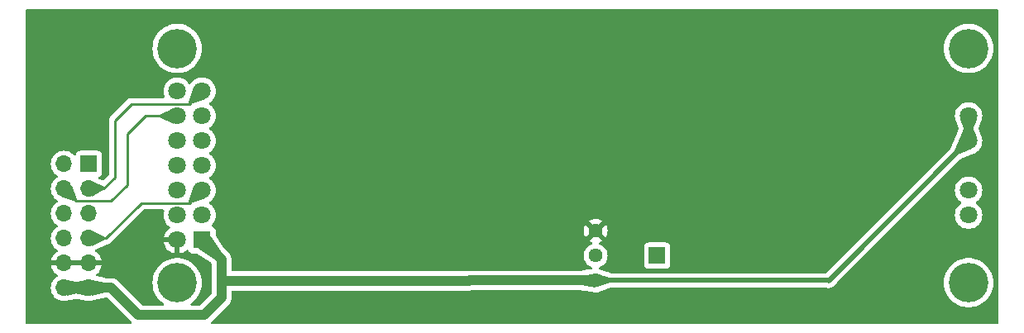
<source format=gbr>
%TF.GenerationSoftware,KiCad,Pcbnew,7.0.9*%
%TF.CreationDate,2024-01-07T02:48:38+09:00*%
%TF.ProjectId,Pmod_SC1602,506d6f64-5f53-4433-9136-30322e6b6963,rev?*%
%TF.SameCoordinates,Original*%
%TF.FileFunction,Copper,L2,Bot*%
%TF.FilePolarity,Positive*%
%FSLAX46Y46*%
G04 Gerber Fmt 4.6, Leading zero omitted, Abs format (unit mm)*
G04 Created by KiCad (PCBNEW 7.0.9) date 2024-01-07 02:48:38*
%MOMM*%
%LPD*%
G01*
G04 APERTURE LIST*
%TA.AperFunction,ComponentPad*%
%ADD10R,1.700000X1.700000*%
%TD*%
%TA.AperFunction,ComponentPad*%
%ADD11O,1.700000X1.700000*%
%TD*%
%TA.AperFunction,ComponentPad*%
%ADD12R,1.800000X1.800000*%
%TD*%
%TA.AperFunction,ComponentPad*%
%ADD13C,1.800000*%
%TD*%
%TA.AperFunction,ComponentPad*%
%ADD14C,4.050000*%
%TD*%
%TA.AperFunction,ComponentPad*%
%ADD15C,1.440000*%
%TD*%
%TA.AperFunction,ViaPad*%
%ADD16C,0.800000*%
%TD*%
%TA.AperFunction,Conductor*%
%ADD17C,0.250000*%
%TD*%
%TA.AperFunction,Conductor*%
%ADD18C,1.000000*%
%TD*%
%TA.AperFunction,Conductor*%
%ADD19C,0.500000*%
%TD*%
G04 APERTURE END LIST*
D10*
%TO.P,J1,1,Pin_1*%
%TO.N,/D0*%
X93853000Y-90297000D03*
D11*
%TO.P,J1,2,Pin_2*%
%TO.N,/D2*%
X93853000Y-92837000D03*
%TO.P,J1,3,Pin_3*%
%TO.N,/RS*%
X93853000Y-95377000D03*
%TO.P,J1,4,Pin_4*%
%TO.N,/R{slash}W*%
X93853000Y-97917000D03*
%TO.P,J1,5,Pin_5*%
%TO.N,GND*%
X93853000Y-100457000D03*
%TO.P,J1,6,Pin_6*%
%TO.N,VCC*%
X93853000Y-102997000D03*
%TO.P,J1,7,Pin_7*%
%TO.N,/D1*%
X91313000Y-90297000D03*
%TO.P,J1,8,Pin_8*%
%TO.N,/D3*%
X91313000Y-92837000D03*
%TO.P,J1,9,Pin_9*%
%TO.N,/Contrast*%
X91313000Y-95377000D03*
%TO.P,J1,10,Pin_10*%
%TO.N,/BackLight*%
X91313000Y-97917000D03*
%TO.P,J1,11,Pin_11*%
%TO.N,GND*%
X91313000Y-100457000D03*
%TO.P,J1,12,Pin_12*%
%TO.N,VCC*%
X91313000Y-102997000D03*
%TD*%
D12*
%TO.P,DS1,1,VDD*%
%TO.N,VCC*%
X105436000Y-98083600D03*
D13*
%TO.P,DS1,2,VSS*%
%TO.N,GND*%
X102896000Y-98083600D03*
%TO.P,DS1,3,VO*%
%TO.N,Net-(DS1-VO)*%
X105436000Y-95543600D03*
%TO.P,DS1,4,RS*%
%TO.N,/RS*%
X102896000Y-95543600D03*
%TO.P,DS1,5,R/W*%
%TO.N,/R{slash}W*%
X105436000Y-93003600D03*
%TO.P,DS1,6,E*%
%TO.N,Net-(DS1-E)*%
X102896000Y-93003600D03*
%TO.P,DS1,7,DB0*%
%TO.N,unconnected-(DS1-DB0-Pad7)*%
X105436000Y-90463600D03*
%TO.P,DS1,8,DB1*%
%TO.N,unconnected-(DS1-DB1-Pad8)*%
X102896000Y-90463600D03*
%TO.P,DS1,9,DB2*%
%TO.N,unconnected-(DS1-DB2-Pad9)*%
X105436000Y-87923600D03*
%TO.P,DS1,10,DB3*%
%TO.N,unconnected-(DS1-DB3-Pad10)*%
X102896000Y-87923600D03*
%TO.P,DS1,11,DB4*%
%TO.N,/D0*%
X105436000Y-85383600D03*
%TO.P,DS1,12,DB5*%
%TO.N,/D3*%
X102896000Y-85383600D03*
%TO.P,DS1,13,DB6*%
%TO.N,/D2*%
X105436000Y-82843600D03*
%TO.P,DS1,14,DB7*%
%TO.N,/D1*%
X102896000Y-82843600D03*
%TO.P,DS1,A1,A1*%
%TO.N,VCC*%
X183896000Y-85383600D03*
%TO.P,DS1,A2,A2*%
X183896000Y-87923600D03*
%TO.P,DS1,K1,K1*%
%TO.N,Net-(Q2-C)*%
X183896000Y-93003600D03*
%TO.P,DS1,K2,K2*%
X183896000Y-95543600D03*
D14*
%TO.P,DS1,MH1*%
%TO.N,N/C*%
X102896000Y-102463600D03*
%TO.P,DS1,MH2*%
X102896000Y-78463600D03*
%TO.P,DS1,MH3*%
X183896000Y-78463600D03*
%TO.P,DS1,MH4*%
X183896000Y-102463600D03*
%TD*%
D10*
%TO.P,REF\u002A\u002A,1*%
%TO.N,Net-(JP1-B)*%
X152019000Y-99695000D03*
%TD*%
D15*
%TO.P,RV1,1,1*%
%TO.N,GND*%
X145721000Y-97157000D03*
%TO.P,RV1,2,2*%
%TO.N,Net-(JP1-B)*%
X145721000Y-99697000D03*
%TO.P,RV1,3,3*%
%TO.N,VCC*%
X145721000Y-102237000D03*
%TD*%
D16*
%TO.N,GND*%
X96774000Y-76454000D03*
X175387000Y-76454000D03*
X156845000Y-76454000D03*
X127254000Y-76454000D03*
X120523000Y-100203000D03*
X120523000Y-96012000D03*
X164592000Y-97790000D03*
X156845000Y-97790000D03*
X175387000Y-104521000D03*
X156845000Y-104394000D03*
X127254000Y-104521000D03*
%TD*%
D17*
%TO.N,/D3*%
X99655400Y-85383600D02*
X102896000Y-85383600D01*
X97790000Y-87249000D02*
X99655400Y-85383600D01*
X92583000Y-94107000D02*
X96139000Y-94107000D01*
X96139000Y-94107000D02*
X97790000Y-92456000D01*
X97790000Y-92456000D02*
X97790000Y-87249000D01*
X91313000Y-92837000D02*
X92583000Y-94107000D01*
D18*
%TO.N,VCC*%
X105664000Y-105791000D02*
X107442000Y-104013000D01*
X107442000Y-104013000D02*
X107442000Y-102108000D01*
D19*
X169559200Y-102260400D02*
X169535800Y-102237000D01*
D18*
X132791200Y-102260400D02*
X132814600Y-102237000D01*
D19*
X183896000Y-87923600D02*
X183896000Y-85383600D01*
D18*
X107594400Y-102260400D02*
X132791200Y-102260400D01*
X91313000Y-102997000D02*
X93853000Y-102997000D01*
X96139000Y-102997000D02*
X98933000Y-105791000D01*
X98933000Y-105791000D02*
X105664000Y-105791000D01*
D19*
X169559200Y-102260400D02*
X183896000Y-87923600D01*
D18*
X107442000Y-100089600D02*
X105436000Y-98083600D01*
D19*
X169535800Y-102237000D02*
X145721000Y-102237000D01*
D18*
X107442000Y-102108000D02*
X107594400Y-102260400D01*
X107442000Y-102108000D02*
X107442000Y-100089600D01*
X132814600Y-102237000D02*
X145721000Y-102237000D01*
X93853000Y-102997000D02*
X96139000Y-102997000D01*
D17*
%TO.N,/R{slash}W*%
X95631000Y-97917000D02*
X99229400Y-94318600D01*
X99229400Y-94318600D02*
X104121000Y-94318600D01*
X93853000Y-97917000D02*
X95631000Y-97917000D01*
X104121000Y-94318600D02*
X105436000Y-93003600D01*
%TO.N,/D2*%
X98213400Y-84158600D02*
X104121000Y-84158600D01*
X95377000Y-92837000D02*
X96520000Y-91694000D01*
X104121000Y-84158600D02*
X105436000Y-82843600D01*
X93853000Y-92837000D02*
X95377000Y-92837000D01*
X96520000Y-85852000D02*
X98213400Y-84158600D01*
X96520000Y-91694000D02*
X96520000Y-85852000D01*
%TD*%
%TA.AperFunction,Conductor*%
%TO.N,GND*%
G36*
X186887039Y-74441685D02*
G01*
X186932794Y-74494489D01*
X186944000Y-74546000D01*
X186944000Y-106556000D01*
X186924315Y-106623039D01*
X186871511Y-106668794D01*
X186820000Y-106680000D01*
X106493867Y-106680000D01*
X106426828Y-106660315D01*
X106381073Y-106607511D01*
X106371129Y-106538353D01*
X106395806Y-106480105D01*
X106413925Y-106456696D01*
X106419101Y-106450818D01*
X108140487Y-104729433D01*
X108205053Y-104668059D01*
X108240112Y-104617686D01*
X108242925Y-104613957D01*
X108281698Y-104566407D01*
X108297607Y-104535948D01*
X108301667Y-104529248D01*
X108321295Y-104501049D01*
X108345492Y-104444660D01*
X108347498Y-104440435D01*
X108375909Y-104386049D01*
X108385360Y-104353015D01*
X108387991Y-104345628D01*
X108401540Y-104314058D01*
X108413893Y-104253940D01*
X108415006Y-104249412D01*
X108431887Y-104190418D01*
X108434495Y-104156155D01*
X108435587Y-104148376D01*
X108442500Y-104114739D01*
X108442500Y-104053401D01*
X108442679Y-104048692D01*
X108447337Y-103987525D01*
X108442997Y-103953441D01*
X108442500Y-103945602D01*
X108442500Y-103384900D01*
X108462185Y-103317861D01*
X108514989Y-103272106D01*
X108566500Y-103260900D01*
X132778484Y-103260900D01*
X132867558Y-103263157D01*
X132867558Y-103263156D01*
X132867563Y-103263157D01*
X132927953Y-103252332D01*
X132932612Y-103251680D01*
X132969167Y-103247962D01*
X132993638Y-103245474D01*
X133000928Y-103243186D01*
X133038049Y-103237500D01*
X144200464Y-103237500D01*
X144219191Y-103238922D01*
X144436396Y-103272106D01*
X145438129Y-103425148D01*
X145444815Y-103426551D01*
X145487880Y-103438090D01*
X145508253Y-103443549D01*
X145624006Y-103453675D01*
X145627952Y-103454149D01*
X145633171Y-103454947D01*
X145640609Y-103456084D01*
X145659498Y-103458246D01*
X145659962Y-103458281D01*
X145670730Y-103459105D01*
X145680701Y-103458958D01*
X145686993Y-103459186D01*
X145721000Y-103462162D01*
X145933747Y-103443549D01*
X146140030Y-103388276D01*
X146150315Y-103383479D01*
X146172605Y-103376143D01*
X146172506Y-103375784D01*
X146176755Y-103374602D01*
X146176767Y-103374600D01*
X147242246Y-102994702D01*
X147283890Y-102987500D01*
X169337001Y-102987500D01*
X169356363Y-102990049D01*
X169356486Y-102989215D01*
X169363632Y-102990261D01*
X169363633Y-102990262D01*
X169427036Y-102999548D01*
X169430543Y-103000166D01*
X169493345Y-103013134D01*
X169503316Y-103012843D01*
X169504547Y-103012808D01*
X169526127Y-103014064D01*
X169528887Y-103014468D01*
X169537223Y-103015689D01*
X169601050Y-103010104D01*
X169604647Y-103009895D01*
X169650476Y-103008561D01*
X169668713Y-103008031D01*
X169679540Y-103005129D01*
X169700830Y-103001376D01*
X169707499Y-103000792D01*
X169711997Y-103000399D01*
X169772828Y-102980241D01*
X169776276Y-102979209D01*
X169838176Y-102962623D01*
X169848047Y-102957300D01*
X169867901Y-102948737D01*
X169878531Y-102945215D01*
X169878531Y-102945214D01*
X169878534Y-102945214D01*
X169933072Y-102911573D01*
X169936182Y-102909777D01*
X169992600Y-102879359D01*
X170000973Y-102871906D01*
X170018311Y-102858998D01*
X170027856Y-102853112D01*
X170073157Y-102807809D01*
X170075782Y-102805333D01*
X170103400Y-102780755D01*
X170123660Y-102762726D01*
X170130089Y-102753542D01*
X170143981Y-102736985D01*
X170417361Y-102463605D01*
X181365507Y-102463605D01*
X181385459Y-102780744D01*
X181385460Y-102780751D01*
X181401473Y-102864692D01*
X181429789Y-103013134D01*
X181445008Y-103092912D01*
X181543207Y-103395138D01*
X181543209Y-103395143D01*
X181678510Y-103682670D01*
X181678513Y-103682676D01*
X181848784Y-103950981D01*
X181848787Y-103950985D01*
X181848788Y-103950986D01*
X182051350Y-104195842D01*
X182283001Y-104413376D01*
X182283004Y-104413379D01*
X182403666Y-104501045D01*
X182540094Y-104600166D01*
X182818568Y-104753259D01*
X182818573Y-104753261D01*
X182818575Y-104753262D01*
X182818576Y-104753263D01*
X183114031Y-104870241D01*
X183114034Y-104870242D01*
X183421836Y-104949272D01*
X183737097Y-104989099D01*
X183737106Y-104989099D01*
X183737109Y-104989100D01*
X183737111Y-104989100D01*
X184054889Y-104989100D01*
X184054891Y-104989100D01*
X184054894Y-104989099D01*
X184054902Y-104989099D01*
X184370163Y-104949272D01*
X184677965Y-104870242D01*
X184677968Y-104870241D01*
X184973423Y-104753263D01*
X184973424Y-104753262D01*
X184973422Y-104753262D01*
X184973432Y-104753259D01*
X185251906Y-104600166D01*
X185508997Y-104413378D01*
X185740650Y-104195842D01*
X185943212Y-103950986D01*
X186113488Y-103682674D01*
X186248793Y-103395137D01*
X186346993Y-103092908D01*
X186406539Y-102780755D01*
X186406540Y-102780744D01*
X186426493Y-102463605D01*
X186426493Y-102463594D01*
X186406540Y-102146455D01*
X186406539Y-102146448D01*
X186406539Y-102146445D01*
X186346993Y-101834292D01*
X186248793Y-101532063D01*
X186113488Y-101244526D01*
X186020718Y-101098344D01*
X185943215Y-100976218D01*
X185943212Y-100976214D01*
X185740650Y-100731358D01*
X185508997Y-100513822D01*
X185508995Y-100513820D01*
X185251909Y-100327036D01*
X185251908Y-100327035D01*
X185251906Y-100327034D01*
X184973432Y-100173941D01*
X184973429Y-100173939D01*
X184973424Y-100173937D01*
X184973423Y-100173936D01*
X184677968Y-100056958D01*
X184677965Y-100056957D01*
X184370163Y-99977927D01*
X184054902Y-99938100D01*
X184054891Y-99938100D01*
X183737109Y-99938100D01*
X183737097Y-99938100D01*
X183421836Y-99977927D01*
X183114034Y-100056957D01*
X183114031Y-100056958D01*
X182818576Y-100173936D01*
X182818575Y-100173937D01*
X182540094Y-100327034D01*
X182540090Y-100327036D01*
X182283004Y-100513820D01*
X182283001Y-100513823D01*
X182051352Y-100731356D01*
X181848784Y-100976218D01*
X181678513Y-101244523D01*
X181678510Y-101244529D01*
X181543209Y-101532056D01*
X181543207Y-101532061D01*
X181445008Y-101834287D01*
X181385460Y-102146448D01*
X181385459Y-102146455D01*
X181365507Y-102463594D01*
X181365507Y-102463605D01*
X170417361Y-102463605D01*
X177337360Y-95543606D01*
X182490700Y-95543606D01*
X182509864Y-95774897D01*
X182509866Y-95774908D01*
X182566842Y-95999900D01*
X182660075Y-96212448D01*
X182787016Y-96406747D01*
X182787019Y-96406751D01*
X182787021Y-96406753D01*
X182944216Y-96577513D01*
X182944219Y-96577515D01*
X182944222Y-96577518D01*
X183127365Y-96720064D01*
X183127371Y-96720068D01*
X183127374Y-96720070D01*
X183331497Y-96830536D01*
X183402933Y-96855060D01*
X183551015Y-96905897D01*
X183551017Y-96905897D01*
X183551019Y-96905898D01*
X183779951Y-96944100D01*
X183779952Y-96944100D01*
X184012048Y-96944100D01*
X184012049Y-96944100D01*
X184240981Y-96905898D01*
X184460503Y-96830536D01*
X184664626Y-96720070D01*
X184698124Y-96693998D01*
X184787415Y-96624500D01*
X184847784Y-96577513D01*
X185004979Y-96406753D01*
X185131924Y-96212449D01*
X185225157Y-95999900D01*
X185282134Y-95774905D01*
X185282135Y-95774897D01*
X185301300Y-95543606D01*
X185301300Y-95543593D01*
X185282135Y-95312302D01*
X185282133Y-95312291D01*
X185225157Y-95087299D01*
X185131924Y-94874751D01*
X185004983Y-94680452D01*
X185004980Y-94680449D01*
X185004979Y-94680447D01*
X184847784Y-94509687D01*
X184670180Y-94371453D01*
X184629368Y-94314743D01*
X184625693Y-94244970D01*
X184660324Y-94184287D01*
X184670181Y-94175746D01*
X184847784Y-94037513D01*
X185004979Y-93866753D01*
X185131924Y-93672449D01*
X185225157Y-93459900D01*
X185282134Y-93234905D01*
X185282135Y-93234897D01*
X185301300Y-93003606D01*
X185301300Y-93003593D01*
X185282135Y-92772302D01*
X185282133Y-92772291D01*
X185225157Y-92547299D01*
X185131924Y-92334751D01*
X185004983Y-92140452D01*
X185004980Y-92140449D01*
X185004979Y-92140447D01*
X184847784Y-91969687D01*
X184847779Y-91969683D01*
X184847777Y-91969681D01*
X184664634Y-91827135D01*
X184664628Y-91827131D01*
X184460504Y-91716664D01*
X184460495Y-91716661D01*
X184240984Y-91641302D01*
X184069282Y-91612650D01*
X184012049Y-91603100D01*
X183779951Y-91603100D01*
X183734164Y-91610740D01*
X183551015Y-91641302D01*
X183331504Y-91716661D01*
X183331495Y-91716664D01*
X183127371Y-91827131D01*
X183127365Y-91827135D01*
X182944222Y-91969681D01*
X182944219Y-91969684D01*
X182787016Y-92140452D01*
X182660075Y-92334751D01*
X182566842Y-92547299D01*
X182509866Y-92772291D01*
X182509864Y-92772302D01*
X182490700Y-93003593D01*
X182490700Y-93003606D01*
X182509864Y-93234897D01*
X182509866Y-93234908D01*
X182566842Y-93459900D01*
X182660075Y-93672448D01*
X182787016Y-93866747D01*
X182787019Y-93866751D01*
X182787021Y-93866753D01*
X182944216Y-94037513D01*
X182944219Y-94037515D01*
X182944222Y-94037518D01*
X183121818Y-94175747D01*
X183162631Y-94232457D01*
X183166306Y-94302230D01*
X183131674Y-94362913D01*
X183121818Y-94371453D01*
X182944222Y-94509681D01*
X182944219Y-94509684D01*
X182944216Y-94509686D01*
X182944216Y-94509687D01*
X182891830Y-94566594D01*
X182787016Y-94680452D01*
X182660075Y-94874751D01*
X182566842Y-95087299D01*
X182509866Y-95312291D01*
X182509864Y-95312302D01*
X182490700Y-95543593D01*
X182490700Y-95543606D01*
X177337360Y-95543606D01*
X183059426Y-89821540D01*
X183098205Y-89795272D01*
X184429139Y-89224182D01*
X184429138Y-89224183D01*
X184445301Y-89216265D01*
X184452447Y-89213301D01*
X184460503Y-89210536D01*
X184664626Y-89100070D01*
X184670182Y-89095746D01*
X184789080Y-89003204D01*
X184847784Y-88957513D01*
X185004979Y-88786753D01*
X185131924Y-88592449D01*
X185225157Y-88379900D01*
X185282134Y-88154905D01*
X185301300Y-87923600D01*
X185301300Y-87923593D01*
X185282135Y-87692302D01*
X185282131Y-87692282D01*
X185248493Y-87559452D01*
X185225157Y-87467300D01*
X185203624Y-87418211D01*
X185196653Y-87397544D01*
X185194231Y-87387528D01*
X185192637Y-87380935D01*
X185192635Y-87380930D01*
X185192633Y-87380923D01*
X184974353Y-86834529D01*
X184920449Y-86699599D01*
X184913859Y-86630043D01*
X184920450Y-86607597D01*
X184996387Y-86417515D01*
X185118801Y-86111090D01*
X185192633Y-85926275D01*
X185201970Y-85899010D01*
X185209050Y-85878336D01*
X185209050Y-85878331D01*
X185210888Y-85872966D01*
X185212767Y-85868145D01*
X185225156Y-85839903D01*
X185225157Y-85839900D01*
X185282134Y-85614905D01*
X185282135Y-85614897D01*
X185301300Y-85383606D01*
X185301300Y-85383593D01*
X185282135Y-85152302D01*
X185282133Y-85152291D01*
X185225157Y-84927299D01*
X185131924Y-84714751D01*
X185004983Y-84520452D01*
X185004980Y-84520449D01*
X185004979Y-84520447D01*
X184847784Y-84349687D01*
X184847779Y-84349683D01*
X184847777Y-84349681D01*
X184664634Y-84207135D01*
X184664628Y-84207131D01*
X184460504Y-84096664D01*
X184460495Y-84096661D01*
X184240984Y-84021302D01*
X184069282Y-83992650D01*
X184012049Y-83983100D01*
X183779951Y-83983100D01*
X183734164Y-83990740D01*
X183551015Y-84021302D01*
X183331504Y-84096661D01*
X183331495Y-84096664D01*
X183127371Y-84207131D01*
X183127365Y-84207135D01*
X182944222Y-84349681D01*
X182944219Y-84349684D01*
X182787016Y-84520452D01*
X182660075Y-84714751D01*
X182566842Y-84927299D01*
X182509866Y-85152291D01*
X182509864Y-85152302D01*
X182490700Y-85383593D01*
X182490700Y-85383606D01*
X182509864Y-85614897D01*
X182509866Y-85614908D01*
X182566843Y-85839902D01*
X182588373Y-85888986D01*
X182595342Y-85909645D01*
X182599359Y-85926256D01*
X182599363Y-85926268D01*
X182871547Y-86607597D01*
X182878138Y-86677155D01*
X182871547Y-86699601D01*
X182599336Y-87381001D01*
X182598300Y-87383787D01*
X182596673Y-87387528D01*
X182024323Y-88721393D01*
X181998052Y-88760178D01*
X169308051Y-101450181D01*
X169246728Y-101483666D01*
X169220370Y-101486500D01*
X147283893Y-101486500D01*
X147242249Y-101479298D01*
X146557298Y-101235078D01*
X146176767Y-101099399D01*
X146176764Y-101099398D01*
X146158447Y-101093693D01*
X146150676Y-101090687D01*
X146140032Y-101085724D01*
X146134948Y-101083874D01*
X146135718Y-101081756D01*
X146084289Y-101050406D01*
X146053762Y-100987558D01*
X146062060Y-100918183D01*
X146106547Y-100864307D01*
X146135315Y-100851171D01*
X146134936Y-100850130D01*
X146140013Y-100848280D01*
X146140030Y-100848276D01*
X146333581Y-100758021D01*
X146508519Y-100635529D01*
X146551178Y-100592870D01*
X150668500Y-100592870D01*
X150668501Y-100592876D01*
X150674908Y-100652483D01*
X150725202Y-100787328D01*
X150725206Y-100787335D01*
X150811452Y-100902544D01*
X150811455Y-100902547D01*
X150926664Y-100988793D01*
X150926671Y-100988797D01*
X151061517Y-101039091D01*
X151061516Y-101039091D01*
X151068444Y-101039835D01*
X151121127Y-101045500D01*
X152916872Y-101045499D01*
X152976483Y-101039091D01*
X153111331Y-100988796D01*
X153226546Y-100902546D01*
X153312796Y-100787331D01*
X153363091Y-100652483D01*
X153369500Y-100592873D01*
X153369499Y-98797128D01*
X153363091Y-98737517D01*
X153342981Y-98683600D01*
X153312797Y-98602671D01*
X153312793Y-98602664D01*
X153226547Y-98487455D01*
X153226544Y-98487452D01*
X153111335Y-98401206D01*
X153111328Y-98401202D01*
X152976482Y-98350908D01*
X152976483Y-98350908D01*
X152916883Y-98344501D01*
X152916881Y-98344500D01*
X152916873Y-98344500D01*
X152916864Y-98344500D01*
X151121129Y-98344500D01*
X151121123Y-98344501D01*
X151061516Y-98350908D01*
X150926671Y-98401202D01*
X150926664Y-98401206D01*
X150811455Y-98487452D01*
X150811452Y-98487455D01*
X150725206Y-98602664D01*
X150725202Y-98602671D01*
X150674908Y-98737517D01*
X150669438Y-98788401D01*
X150668501Y-98797123D01*
X150668500Y-98797135D01*
X150668500Y-100592870D01*
X146551178Y-100592870D01*
X146659529Y-100484519D01*
X146782021Y-100309581D01*
X146872276Y-100116030D01*
X146927549Y-99909747D01*
X146946162Y-99697000D01*
X146943185Y-99662978D01*
X146935293Y-99572764D01*
X146927549Y-99484253D01*
X146872276Y-99277970D01*
X146787380Y-99095913D01*
X146782022Y-99084421D01*
X146659527Y-98909478D01*
X146508521Y-98758472D01*
X146333578Y-98635977D01*
X146333579Y-98635977D01*
X146204547Y-98575809D01*
X146140030Y-98545724D01*
X146140023Y-98545722D01*
X146134936Y-98543870D01*
X146135606Y-98542028D01*
X146083293Y-98510114D01*
X146052789Y-98447255D01*
X146061111Y-98377883D01*
X146105617Y-98324022D01*
X146135097Y-98310574D01*
X146134764Y-98309658D01*
X146139859Y-98307802D01*
X146333330Y-98217586D01*
X146333336Y-98217582D01*
X146389031Y-98178584D01*
X145765401Y-97554953D01*
X145846148Y-97542165D01*
X145959045Y-97484641D01*
X146048641Y-97395045D01*
X146106165Y-97282148D01*
X146118953Y-97201400D01*
X146742584Y-97825031D01*
X146781582Y-97769336D01*
X146781586Y-97769330D01*
X146871802Y-97575859D01*
X146871805Y-97575853D01*
X146927054Y-97369662D01*
X146927055Y-97369654D01*
X146945660Y-97157002D01*
X146945660Y-97156997D01*
X146927055Y-96944345D01*
X146927054Y-96944337D01*
X146871805Y-96738146D01*
X146871802Y-96738140D01*
X146781586Y-96544670D01*
X146742583Y-96488967D01*
X146118953Y-97112598D01*
X146106165Y-97031852D01*
X146048641Y-96918955D01*
X145959045Y-96829359D01*
X145846148Y-96771835D01*
X145765401Y-96759046D01*
X146389031Y-96135416D01*
X146389030Y-96135415D01*
X146333330Y-96096413D01*
X146333328Y-96096412D01*
X146139859Y-96006197D01*
X146139853Y-96006194D01*
X145933662Y-95950945D01*
X145933654Y-95950944D01*
X145721002Y-95932340D01*
X145720998Y-95932340D01*
X145508345Y-95950944D01*
X145508337Y-95950945D01*
X145302146Y-96006194D01*
X145302140Y-96006197D01*
X145108667Y-96096414D01*
X145052967Y-96135414D01*
X145676599Y-96759046D01*
X145595852Y-96771835D01*
X145482955Y-96829359D01*
X145393359Y-96918955D01*
X145335835Y-97031852D01*
X145323046Y-97112598D01*
X144699415Y-96488967D01*
X144699414Y-96488967D01*
X144660414Y-96544667D01*
X144570197Y-96738140D01*
X144570194Y-96738146D01*
X144514945Y-96944337D01*
X144514944Y-96944345D01*
X144496340Y-97156997D01*
X144496340Y-97157002D01*
X144514944Y-97369654D01*
X144514945Y-97369662D01*
X144570194Y-97575853D01*
X144570197Y-97575859D01*
X144660412Y-97769328D01*
X144660413Y-97769330D01*
X144699415Y-97825030D01*
X144699416Y-97825031D01*
X145323046Y-97201400D01*
X145335835Y-97282148D01*
X145393359Y-97395045D01*
X145482955Y-97484641D01*
X145595852Y-97542165D01*
X145676599Y-97554953D01*
X145052967Y-98178583D01*
X145108670Y-98217586D01*
X145302140Y-98307802D01*
X145307236Y-98309658D01*
X145306542Y-98311563D01*
X145358647Y-98343302D01*
X145389196Y-98406139D01*
X145380922Y-98475518D01*
X145336454Y-98529409D01*
X145306744Y-98542991D01*
X145307064Y-98543870D01*
X145301972Y-98545723D01*
X145301970Y-98545724D01*
X145301968Y-98545725D01*
X145108421Y-98635977D01*
X144933478Y-98758472D01*
X144782472Y-98909478D01*
X144659977Y-99084421D01*
X144569725Y-99277968D01*
X144569721Y-99277977D01*
X144514452Y-99484247D01*
X144514450Y-99484258D01*
X144495838Y-99696998D01*
X144495838Y-99697001D01*
X144514450Y-99909741D01*
X144514452Y-99909752D01*
X144569721Y-100116022D01*
X144569723Y-100116026D01*
X144569724Y-100116030D01*
X144596726Y-100173936D01*
X144659977Y-100309578D01*
X144782472Y-100484521D01*
X144933478Y-100635527D01*
X144933481Y-100635529D01*
X145108419Y-100758021D01*
X145108421Y-100758022D01*
X145108420Y-100758022D01*
X145172275Y-100787798D01*
X145288340Y-100841920D01*
X145340778Y-100888091D01*
X145359930Y-100955285D01*
X145339714Y-101022166D01*
X145286549Y-101067500D01*
X145254661Y-101076879D01*
X144876999Y-101134578D01*
X144219178Y-101235078D01*
X144200460Y-101236500D01*
X132827317Y-101236500D01*
X132738237Y-101234243D01*
X132738228Y-101234243D01*
X132677860Y-101245064D01*
X132673195Y-101245718D01*
X132612163Y-101251925D01*
X132612162Y-101251926D01*
X132604871Y-101254213D01*
X132567751Y-101259900D01*
X108566500Y-101259900D01*
X108499461Y-101240215D01*
X108453706Y-101187411D01*
X108442500Y-101135900D01*
X108442500Y-100102275D01*
X108444756Y-100013242D01*
X108444755Y-100013241D01*
X108444756Y-100013236D01*
X108433929Y-99952833D01*
X108433282Y-99948220D01*
X108427074Y-99887162D01*
X108427073Y-99887160D01*
X108427073Y-99887157D01*
X108416790Y-99854387D01*
X108414917Y-99846754D01*
X108408858Y-99812948D01*
X108400221Y-99791326D01*
X108386102Y-99755978D01*
X108384521Y-99751537D01*
X108366159Y-99693012D01*
X108366158Y-99693010D01*
X108366157Y-99693007D01*
X108349488Y-99662978D01*
X108346117Y-99655878D01*
X108333378Y-99623986D01*
X108333377Y-99623983D01*
X108299620Y-99572763D01*
X108297180Y-99568734D01*
X108286379Y-99549275D01*
X108267409Y-99515098D01*
X108267407Y-99515095D01*
X108245033Y-99489034D01*
X108240302Y-99482759D01*
X108236962Y-99477691D01*
X108221402Y-99454081D01*
X108178012Y-99410691D01*
X108174822Y-99407248D01*
X108134867Y-99360706D01*
X108134863Y-99360702D01*
X108107698Y-99339674D01*
X108101803Y-99334482D01*
X107744629Y-98977308D01*
X107727696Y-98956200D01*
X107727249Y-98955498D01*
X107398498Y-98438888D01*
X106855885Y-97586210D01*
X106836499Y-97519637D01*
X106836499Y-97135729D01*
X106836498Y-97135723D01*
X106830091Y-97076116D01*
X106779797Y-96941271D01*
X106779793Y-96941264D01*
X106693547Y-96826055D01*
X106693544Y-96826052D01*
X106578335Y-96739806D01*
X106578328Y-96739802D01*
X106498094Y-96709877D01*
X106442160Y-96668006D01*
X106417743Y-96602541D01*
X106432595Y-96534268D01*
X106450190Y-96509721D01*
X106544979Y-96406753D01*
X106671924Y-96212449D01*
X106765157Y-95999900D01*
X106822134Y-95774905D01*
X106822135Y-95774897D01*
X106841300Y-95543606D01*
X106841300Y-95543593D01*
X106822135Y-95312302D01*
X106822133Y-95312291D01*
X106765157Y-95087299D01*
X106671924Y-94874751D01*
X106544983Y-94680452D01*
X106544980Y-94680449D01*
X106544979Y-94680447D01*
X106387784Y-94509687D01*
X106210180Y-94371453D01*
X106169368Y-94314743D01*
X106165693Y-94244970D01*
X106200324Y-94184287D01*
X106210181Y-94175746D01*
X106387784Y-94037513D01*
X106544979Y-93866753D01*
X106671924Y-93672449D01*
X106765157Y-93459900D01*
X106822134Y-93234905D01*
X106822135Y-93234897D01*
X106841300Y-93003606D01*
X106841300Y-93003593D01*
X106822135Y-92772302D01*
X106822133Y-92772291D01*
X106765157Y-92547299D01*
X106671924Y-92334751D01*
X106544983Y-92140452D01*
X106544980Y-92140449D01*
X106544979Y-92140447D01*
X106387784Y-91969687D01*
X106210180Y-91831453D01*
X106169368Y-91774743D01*
X106165693Y-91704970D01*
X106200324Y-91644287D01*
X106210181Y-91635746D01*
X106238123Y-91613998D01*
X106387784Y-91497513D01*
X106544979Y-91326753D01*
X106671924Y-91132449D01*
X106765157Y-90919900D01*
X106822134Y-90694905D01*
X106822135Y-90694897D01*
X106841300Y-90463606D01*
X106841300Y-90463593D01*
X106822135Y-90232302D01*
X106822133Y-90232291D01*
X106765157Y-90007299D01*
X106671924Y-89794751D01*
X106544983Y-89600452D01*
X106544980Y-89600449D01*
X106544979Y-89600447D01*
X106387784Y-89429687D01*
X106210180Y-89291453D01*
X106169368Y-89234743D01*
X106165693Y-89164970D01*
X106200324Y-89104287D01*
X106210181Y-89095746D01*
X106218265Y-89089454D01*
X106387784Y-88957513D01*
X106544979Y-88786753D01*
X106671924Y-88592449D01*
X106765157Y-88379900D01*
X106822134Y-88154905D01*
X106841300Y-87923600D01*
X106841300Y-87923593D01*
X106822135Y-87692302D01*
X106822133Y-87692291D01*
X106765157Y-87467299D01*
X106671924Y-87254751D01*
X106544983Y-87060452D01*
X106544980Y-87060449D01*
X106544979Y-87060447D01*
X106387784Y-86889687D01*
X106210180Y-86751453D01*
X106169368Y-86694743D01*
X106165693Y-86624970D01*
X106200324Y-86564287D01*
X106210181Y-86555746D01*
X106215390Y-86551692D01*
X106387784Y-86417513D01*
X106544979Y-86246753D01*
X106671924Y-86052449D01*
X106765157Y-85839900D01*
X106822134Y-85614905D01*
X106822135Y-85614897D01*
X106841300Y-85383606D01*
X106841300Y-85383593D01*
X106822135Y-85152302D01*
X106822133Y-85152291D01*
X106765157Y-84927299D01*
X106671924Y-84714751D01*
X106544983Y-84520452D01*
X106544980Y-84520449D01*
X106544979Y-84520447D01*
X106387784Y-84349687D01*
X106210180Y-84211453D01*
X106169368Y-84154743D01*
X106165693Y-84084970D01*
X106200324Y-84024287D01*
X106210181Y-84015746D01*
X106387784Y-83877513D01*
X106544979Y-83706753D01*
X106671924Y-83512449D01*
X106765157Y-83299900D01*
X106822134Y-83074905D01*
X106841300Y-82843600D01*
X106841300Y-82843593D01*
X106822135Y-82612302D01*
X106822133Y-82612291D01*
X106765157Y-82387299D01*
X106671924Y-82174751D01*
X106544983Y-81980452D01*
X106544980Y-81980449D01*
X106544979Y-81980447D01*
X106387784Y-81809687D01*
X106387779Y-81809683D01*
X106387777Y-81809681D01*
X106204634Y-81667135D01*
X106204628Y-81667131D01*
X106000504Y-81556664D01*
X106000495Y-81556661D01*
X105780984Y-81481302D01*
X105609282Y-81452650D01*
X105552049Y-81443100D01*
X105319951Y-81443100D01*
X105274164Y-81450740D01*
X105091015Y-81481302D01*
X104871504Y-81556661D01*
X104871495Y-81556664D01*
X104667371Y-81667131D01*
X104667365Y-81667135D01*
X104484222Y-81809681D01*
X104484219Y-81809684D01*
X104327016Y-81980452D01*
X104269809Y-82068016D01*
X104216662Y-82113373D01*
X104147431Y-82122797D01*
X104084095Y-82093295D01*
X104062191Y-82068016D01*
X104004983Y-81980452D01*
X104004980Y-81980449D01*
X104004979Y-81980447D01*
X103847784Y-81809687D01*
X103847779Y-81809683D01*
X103847777Y-81809681D01*
X103664634Y-81667135D01*
X103664628Y-81667131D01*
X103460504Y-81556664D01*
X103460495Y-81556661D01*
X103240984Y-81481302D01*
X103069282Y-81452650D01*
X103012049Y-81443100D01*
X102779951Y-81443100D01*
X102734164Y-81450740D01*
X102551015Y-81481302D01*
X102331504Y-81556661D01*
X102331495Y-81556664D01*
X102127371Y-81667131D01*
X102127365Y-81667135D01*
X101944222Y-81809681D01*
X101944219Y-81809684D01*
X101787016Y-81980452D01*
X101660075Y-82174751D01*
X101566842Y-82387299D01*
X101509866Y-82612291D01*
X101509864Y-82612302D01*
X101490700Y-82843593D01*
X101490700Y-82843606D01*
X101509864Y-83074897D01*
X101509866Y-83074908D01*
X101566842Y-83299897D01*
X101592894Y-83359289D01*
X101601797Y-83428589D01*
X101571820Y-83491702D01*
X101512481Y-83528589D01*
X101479338Y-83533100D01*
X98296137Y-83533100D01*
X98280520Y-83531376D01*
X98280493Y-83531662D01*
X98272731Y-83530927D01*
X98203603Y-83533100D01*
X98174050Y-83533100D01*
X98173329Y-83533190D01*
X98167157Y-83533969D01*
X98161345Y-83534426D01*
X98114773Y-83535890D01*
X98114772Y-83535890D01*
X98095529Y-83541481D01*
X98076479Y-83545425D01*
X98056611Y-83547934D01*
X98056609Y-83547935D01*
X98013284Y-83565088D01*
X98007757Y-83566980D01*
X97963010Y-83579981D01*
X97963009Y-83579982D01*
X97945767Y-83590179D01*
X97928299Y-83598737D01*
X97909669Y-83606113D01*
X97909667Y-83606114D01*
X97871976Y-83633498D01*
X97867094Y-83636705D01*
X97826979Y-83660430D01*
X97812808Y-83674600D01*
X97798023Y-83687228D01*
X97781812Y-83699007D01*
X97752109Y-83734910D01*
X97748177Y-83739231D01*
X96136208Y-85351199D01*
X96123951Y-85361020D01*
X96124134Y-85361241D01*
X96118123Y-85366213D01*
X96070772Y-85416636D01*
X96049889Y-85437519D01*
X96049877Y-85437532D01*
X96045621Y-85443017D01*
X96041837Y-85447447D01*
X96009937Y-85481418D01*
X96009936Y-85481420D01*
X96000284Y-85498976D01*
X95989610Y-85515226D01*
X95977329Y-85531061D01*
X95977324Y-85531068D01*
X95958815Y-85573838D01*
X95956245Y-85579084D01*
X95933803Y-85619906D01*
X95928822Y-85639307D01*
X95922521Y-85657710D01*
X95914562Y-85676102D01*
X95914561Y-85676105D01*
X95907271Y-85722127D01*
X95906087Y-85727846D01*
X95894501Y-85772972D01*
X95894500Y-85772982D01*
X95894500Y-85793016D01*
X95892973Y-85812413D01*
X95889840Y-85832196D01*
X95890569Y-85839903D01*
X95894225Y-85878583D01*
X95894500Y-85884421D01*
X95894500Y-91383547D01*
X95874815Y-91450586D01*
X95858181Y-91471228D01*
X95371395Y-91958013D01*
X95310072Y-91991498D01*
X95240380Y-91986514D01*
X95231559Y-91982830D01*
X94983431Y-91867795D01*
X94904753Y-91831319D01*
X94852212Y-91785264D01*
X94832911Y-91718113D01*
X94852978Y-91651187D01*
X94906043Y-91605735D01*
X94913577Y-91602640D01*
X94945326Y-91590798D01*
X94945326Y-91590797D01*
X94945331Y-91590796D01*
X95060546Y-91504546D01*
X95146796Y-91389331D01*
X95197091Y-91254483D01*
X95203500Y-91194873D01*
X95203499Y-89399128D01*
X95197091Y-89339517D01*
X95195810Y-89336083D01*
X95146797Y-89204671D01*
X95146793Y-89204664D01*
X95060547Y-89089455D01*
X95060544Y-89089452D01*
X94945335Y-89003206D01*
X94945328Y-89003202D01*
X94810482Y-88952908D01*
X94810483Y-88952908D01*
X94750883Y-88946501D01*
X94750881Y-88946500D01*
X94750873Y-88946500D01*
X94750864Y-88946500D01*
X92955129Y-88946500D01*
X92955123Y-88946501D01*
X92895516Y-88952908D01*
X92760671Y-89003202D01*
X92760664Y-89003206D01*
X92645455Y-89089452D01*
X92645452Y-89089455D01*
X92559206Y-89204664D01*
X92559203Y-89204669D01*
X92510189Y-89336083D01*
X92468317Y-89392016D01*
X92402853Y-89416433D01*
X92334580Y-89401581D01*
X92306326Y-89380430D01*
X92184402Y-89258506D01*
X92184395Y-89258501D01*
X91990834Y-89122967D01*
X91990830Y-89122965D01*
X91941734Y-89100071D01*
X91776663Y-89023097D01*
X91776659Y-89023096D01*
X91776655Y-89023094D01*
X91548413Y-88961938D01*
X91548403Y-88961936D01*
X91313001Y-88941341D01*
X91312999Y-88941341D01*
X91077596Y-88961936D01*
X91077586Y-88961938D01*
X90849344Y-89023094D01*
X90849335Y-89023098D01*
X90635171Y-89122964D01*
X90635169Y-89122965D01*
X90441597Y-89258505D01*
X90274505Y-89425597D01*
X90138965Y-89619169D01*
X90138964Y-89619171D01*
X90039098Y-89833335D01*
X90039094Y-89833344D01*
X89977938Y-90061586D01*
X89977936Y-90061596D01*
X89957341Y-90296999D01*
X89957341Y-90297000D01*
X89977936Y-90532403D01*
X89977938Y-90532413D01*
X90039094Y-90760655D01*
X90039096Y-90760659D01*
X90039097Y-90760663D01*
X90113351Y-90919900D01*
X90138965Y-90974830D01*
X90138967Y-90974834D01*
X90274501Y-91168395D01*
X90274506Y-91168402D01*
X90441597Y-91335493D01*
X90441603Y-91335498D01*
X90627158Y-91465425D01*
X90670783Y-91520002D01*
X90677977Y-91589500D01*
X90646454Y-91651855D01*
X90627158Y-91668575D01*
X90441597Y-91798505D01*
X90274505Y-91965597D01*
X90138965Y-92159169D01*
X90138964Y-92159171D01*
X90039098Y-92373335D01*
X90039094Y-92373344D01*
X89977938Y-92601586D01*
X89977936Y-92601596D01*
X89957341Y-92836999D01*
X89957341Y-92837000D01*
X89977936Y-93072403D01*
X89977938Y-93072413D01*
X90039094Y-93300655D01*
X90039096Y-93300659D01*
X90039097Y-93300663D01*
X90080516Y-93389486D01*
X90138965Y-93514830D01*
X90138967Y-93514834D01*
X90234804Y-93651702D01*
X90274179Y-93707936D01*
X90274501Y-93708395D01*
X90274506Y-93708402D01*
X90441597Y-93875493D01*
X90441603Y-93875498D01*
X90627158Y-94005425D01*
X90670783Y-94060002D01*
X90677977Y-94129500D01*
X90646454Y-94191855D01*
X90627158Y-94208575D01*
X90441597Y-94338505D01*
X90274505Y-94505597D01*
X90138965Y-94699169D01*
X90138964Y-94699171D01*
X90039098Y-94913335D01*
X90039094Y-94913344D01*
X89977938Y-95141586D01*
X89977936Y-95141596D01*
X89957341Y-95376999D01*
X89957341Y-95377000D01*
X89977936Y-95612403D01*
X89977938Y-95612413D01*
X90039094Y-95840655D01*
X90039096Y-95840659D01*
X90039097Y-95840663D01*
X90113351Y-95999900D01*
X90138965Y-96054830D01*
X90138967Y-96054834D01*
X90195391Y-96135415D01*
X90274501Y-96248396D01*
X90274506Y-96248402D01*
X90441597Y-96415493D01*
X90441603Y-96415498D01*
X90627158Y-96545425D01*
X90670783Y-96600002D01*
X90677977Y-96669500D01*
X90646454Y-96731855D01*
X90627158Y-96748575D01*
X90441597Y-96878505D01*
X90274505Y-97045597D01*
X90138965Y-97239169D01*
X90138964Y-97239171D01*
X90039098Y-97453335D01*
X90039094Y-97453344D01*
X89977938Y-97681586D01*
X89977936Y-97681596D01*
X89957341Y-97916999D01*
X89957341Y-97917000D01*
X89977936Y-98152403D01*
X89977938Y-98152413D01*
X90039094Y-98380655D01*
X90039096Y-98380659D01*
X90039097Y-98380663D01*
X90116067Y-98545725D01*
X90138965Y-98594830D01*
X90138967Y-98594834D01*
X90190308Y-98668156D01*
X90274505Y-98788401D01*
X90441599Y-98955495D01*
X90625724Y-99084421D01*
X90627594Y-99085730D01*
X90671219Y-99140307D01*
X90678413Y-99209805D01*
X90646890Y-99272160D01*
X90627595Y-99288880D01*
X90441922Y-99418890D01*
X90441920Y-99418891D01*
X90274891Y-99585920D01*
X90274886Y-99585926D01*
X90139400Y-99779420D01*
X90139399Y-99779422D01*
X90039570Y-99993507D01*
X90039567Y-99993513D01*
X89982364Y-100206999D01*
X89982364Y-100207000D01*
X90879314Y-100207000D01*
X90853507Y-100247156D01*
X90813000Y-100385111D01*
X90813000Y-100528889D01*
X90853507Y-100666844D01*
X90879314Y-100707000D01*
X89982364Y-100707000D01*
X90039567Y-100920486D01*
X90039570Y-100920492D01*
X90139399Y-101134578D01*
X90274894Y-101328082D01*
X90441917Y-101495105D01*
X90627595Y-101625119D01*
X90671219Y-101679696D01*
X90678412Y-101749195D01*
X90646890Y-101811549D01*
X90627595Y-101828269D01*
X90441594Y-101958508D01*
X90274505Y-102125597D01*
X90138965Y-102319169D01*
X90138964Y-102319171D01*
X90039098Y-102533335D01*
X90039094Y-102533344D01*
X89977938Y-102761586D01*
X89977936Y-102761596D01*
X89957341Y-102996999D01*
X89957341Y-102997000D01*
X89977936Y-103232403D01*
X89977938Y-103232413D01*
X90039094Y-103460655D01*
X90039096Y-103460659D01*
X90039097Y-103460663D01*
X90103409Y-103598580D01*
X90138965Y-103674830D01*
X90138967Y-103674834D01*
X90247281Y-103829521D01*
X90274505Y-103868401D01*
X90441599Y-104035495D01*
X90537305Y-104102509D01*
X90635165Y-104171032D01*
X90635167Y-104171033D01*
X90635170Y-104171035D01*
X90849337Y-104270903D01*
X91077592Y-104332063D01*
X91265918Y-104348539D01*
X91312999Y-104352659D01*
X91313000Y-104352659D01*
X91313001Y-104352659D01*
X91352234Y-104349226D01*
X91548408Y-104332063D01*
X91776663Y-104270903D01*
X91776663Y-104270902D01*
X91781899Y-104269500D01*
X91781911Y-104269547D01*
X91792178Y-104266629D01*
X92557803Y-104107738D01*
X92608195Y-104107738D01*
X93373823Y-104266630D01*
X93384094Y-104269549D01*
X93384107Y-104269502D01*
X93495384Y-104299318D01*
X93617592Y-104332063D01*
X93805918Y-104348539D01*
X93852999Y-104352659D01*
X93853000Y-104352659D01*
X93853001Y-104352659D01*
X93892234Y-104349226D01*
X94088408Y-104332063D01*
X94316663Y-104270903D01*
X94316663Y-104270902D01*
X94321899Y-104269500D01*
X94321911Y-104269547D01*
X94332178Y-104266629D01*
X95616525Y-104000086D01*
X95641722Y-103997500D01*
X95673217Y-103997500D01*
X95740256Y-104017185D01*
X95760898Y-104033819D01*
X98195397Y-106468319D01*
X98228882Y-106529642D01*
X98223898Y-106599334D01*
X98182026Y-106655267D01*
X98116562Y-106679684D01*
X98107716Y-106680000D01*
X87500000Y-106680000D01*
X87432961Y-106660315D01*
X87387206Y-106607511D01*
X87376000Y-106556000D01*
X87376000Y-78463605D01*
X100365507Y-78463605D01*
X100385459Y-78780744D01*
X100385460Y-78780751D01*
X100445008Y-79092912D01*
X100543207Y-79395138D01*
X100543209Y-79395143D01*
X100678510Y-79682670D01*
X100678513Y-79682676D01*
X100848784Y-79950981D01*
X100848787Y-79950985D01*
X100848788Y-79950986D01*
X101051350Y-80195842D01*
X101283003Y-80413378D01*
X101540094Y-80600166D01*
X101818568Y-80753259D01*
X101818573Y-80753261D01*
X101818575Y-80753262D01*
X101818576Y-80753263D01*
X102114031Y-80870241D01*
X102114034Y-80870242D01*
X102421836Y-80949272D01*
X102737097Y-80989099D01*
X102737106Y-80989099D01*
X102737109Y-80989100D01*
X102737111Y-80989100D01*
X103054889Y-80989100D01*
X103054891Y-80989100D01*
X103054894Y-80989099D01*
X103054902Y-80989099D01*
X103370163Y-80949272D01*
X103677965Y-80870242D01*
X103677968Y-80870241D01*
X103973423Y-80753263D01*
X103973424Y-80753262D01*
X103973422Y-80753262D01*
X103973432Y-80753259D01*
X104251906Y-80600166D01*
X104508997Y-80413378D01*
X104740650Y-80195842D01*
X104943212Y-79950986D01*
X105113488Y-79682674D01*
X105248793Y-79395137D01*
X105346993Y-79092908D01*
X105406539Y-78780755D01*
X105426493Y-78463605D01*
X181365507Y-78463605D01*
X181385459Y-78780744D01*
X181385460Y-78780751D01*
X181445008Y-79092912D01*
X181543207Y-79395138D01*
X181543209Y-79395143D01*
X181678510Y-79682670D01*
X181678513Y-79682676D01*
X181848784Y-79950981D01*
X181848787Y-79950985D01*
X181848788Y-79950986D01*
X182051350Y-80195842D01*
X182283003Y-80413378D01*
X182540094Y-80600166D01*
X182818568Y-80753259D01*
X182818573Y-80753261D01*
X182818575Y-80753262D01*
X182818576Y-80753263D01*
X183114031Y-80870241D01*
X183114034Y-80870242D01*
X183421836Y-80949272D01*
X183737097Y-80989099D01*
X183737106Y-80989099D01*
X183737109Y-80989100D01*
X183737111Y-80989100D01*
X184054889Y-80989100D01*
X184054891Y-80989100D01*
X184054894Y-80989099D01*
X184054902Y-80989099D01*
X184370163Y-80949272D01*
X184677965Y-80870242D01*
X184677968Y-80870241D01*
X184973423Y-80753263D01*
X184973424Y-80753262D01*
X184973422Y-80753262D01*
X184973432Y-80753259D01*
X185251906Y-80600166D01*
X185508997Y-80413378D01*
X185740650Y-80195842D01*
X185943212Y-79950986D01*
X186113488Y-79682674D01*
X186248793Y-79395137D01*
X186346993Y-79092908D01*
X186406539Y-78780755D01*
X186426493Y-78463600D01*
X186406539Y-78146445D01*
X186346993Y-77834292D01*
X186248793Y-77532063D01*
X186113488Y-77244526D01*
X185943212Y-76976214D01*
X185740650Y-76731358D01*
X185508997Y-76513822D01*
X185508995Y-76513820D01*
X185251909Y-76327036D01*
X185251908Y-76327035D01*
X185251906Y-76327034D01*
X184973432Y-76173941D01*
X184973429Y-76173939D01*
X184973424Y-76173937D01*
X184973423Y-76173936D01*
X184677968Y-76056958D01*
X184677965Y-76056957D01*
X184370163Y-75977927D01*
X184054902Y-75938100D01*
X184054891Y-75938100D01*
X183737109Y-75938100D01*
X183737097Y-75938100D01*
X183421836Y-75977927D01*
X183114034Y-76056957D01*
X183114031Y-76056958D01*
X182818576Y-76173936D01*
X182818575Y-76173937D01*
X182540094Y-76327034D01*
X182540090Y-76327036D01*
X182283004Y-76513820D01*
X182283001Y-76513823D01*
X182051352Y-76731356D01*
X181848784Y-76976218D01*
X181678513Y-77244523D01*
X181678510Y-77244529D01*
X181543209Y-77532056D01*
X181543207Y-77532061D01*
X181445008Y-77834287D01*
X181385460Y-78146448D01*
X181385459Y-78146455D01*
X181365507Y-78463594D01*
X181365507Y-78463605D01*
X105426493Y-78463605D01*
X105426493Y-78463600D01*
X105406539Y-78146445D01*
X105346993Y-77834292D01*
X105248793Y-77532063D01*
X105113488Y-77244526D01*
X104943212Y-76976214D01*
X104740650Y-76731358D01*
X104508997Y-76513822D01*
X104508995Y-76513820D01*
X104251909Y-76327036D01*
X104251908Y-76327035D01*
X104251906Y-76327034D01*
X103973432Y-76173941D01*
X103973429Y-76173939D01*
X103973424Y-76173937D01*
X103973423Y-76173936D01*
X103677968Y-76056958D01*
X103677965Y-76056957D01*
X103370163Y-75977927D01*
X103054902Y-75938100D01*
X103054891Y-75938100D01*
X102737109Y-75938100D01*
X102737097Y-75938100D01*
X102421836Y-75977927D01*
X102114034Y-76056957D01*
X102114031Y-76056958D01*
X101818576Y-76173936D01*
X101818575Y-76173937D01*
X101540094Y-76327034D01*
X101540090Y-76327036D01*
X101283004Y-76513820D01*
X101283001Y-76513823D01*
X101051352Y-76731356D01*
X100848784Y-76976218D01*
X100678513Y-77244523D01*
X100678510Y-77244529D01*
X100543209Y-77532056D01*
X100543207Y-77532061D01*
X100445008Y-77834287D01*
X100385460Y-78146448D01*
X100385459Y-78146455D01*
X100365507Y-78463594D01*
X100365507Y-78463605D01*
X87376000Y-78463605D01*
X87376000Y-74546000D01*
X87395685Y-74478961D01*
X87448489Y-74433206D01*
X87500000Y-74422000D01*
X186820000Y-74422000D01*
X186887039Y-74441685D01*
G37*
%TD.AperFunction*%
%TA.AperFunction,Conductor*%
G36*
X101510830Y-94963785D02*
G01*
X101556585Y-95016589D01*
X101566529Y-95085747D01*
X101563996Y-95098541D01*
X101509868Y-95312282D01*
X101509864Y-95312302D01*
X101490700Y-95543593D01*
X101490700Y-95543606D01*
X101509864Y-95774897D01*
X101509866Y-95774908D01*
X101566842Y-95999900D01*
X101660075Y-96212448D01*
X101787016Y-96406747D01*
X101787019Y-96406751D01*
X101787021Y-96406753D01*
X101944216Y-96577513D01*
X101944219Y-96577515D01*
X101944222Y-96577518D01*
X102122225Y-96716064D01*
X102163038Y-96772774D01*
X102166713Y-96842547D01*
X102132081Y-96903230D01*
X102122226Y-96911770D01*
X101944558Y-97050055D01*
X101787414Y-97220757D01*
X101660516Y-97414990D01*
X101567317Y-97627464D01*
X101515117Y-97833600D01*
X102350118Y-97833600D01*
X102311444Y-97926969D01*
X102290823Y-98083600D01*
X102311444Y-98240231D01*
X102350118Y-98333600D01*
X101515117Y-98333600D01*
X101567317Y-98539735D01*
X101660516Y-98752209D01*
X101787414Y-98946442D01*
X101944558Y-99117145D01*
X101944562Y-99117148D01*
X102127644Y-99259647D01*
X102127648Y-99259650D01*
X102331697Y-99370076D01*
X102331706Y-99370079D01*
X102551139Y-99445411D01*
X102645999Y-99461240D01*
X102646000Y-99461239D01*
X102646000Y-98629481D01*
X102739369Y-98668156D01*
X102856677Y-98683600D01*
X102935323Y-98683600D01*
X103052631Y-98668156D01*
X103146000Y-98629481D01*
X103146000Y-99461240D01*
X103240860Y-99445411D01*
X103460293Y-99370079D01*
X103460302Y-99370076D01*
X103664351Y-99259650D01*
X103664355Y-99259647D01*
X103847437Y-99117148D01*
X103847442Y-99117144D01*
X103855932Y-99107921D01*
X103915817Y-99071927D01*
X103985655Y-99074024D01*
X104043273Y-99113544D01*
X104063348Y-99148566D01*
X104092202Y-99225928D01*
X104092206Y-99225935D01*
X104178452Y-99341144D01*
X104178455Y-99341147D01*
X104293664Y-99427393D01*
X104293671Y-99427397D01*
X104338618Y-99444161D01*
X104428517Y-99477691D01*
X104488127Y-99484100D01*
X104872038Y-99484099D01*
X104938611Y-99503485D01*
X105577023Y-99909747D01*
X106232762Y-100327036D01*
X106308600Y-100375296D01*
X106329708Y-100392229D01*
X106405181Y-100467702D01*
X106438666Y-100529025D01*
X106441500Y-100555383D01*
X106441500Y-102095284D01*
X106439242Y-102184359D01*
X106439242Y-102184361D01*
X106439555Y-102186105D01*
X106441500Y-102207979D01*
X106441500Y-103547218D01*
X106421815Y-103614257D01*
X106405181Y-103634899D01*
X105285899Y-104754181D01*
X105224576Y-104787666D01*
X105198218Y-104790500D01*
X104371567Y-104790500D01*
X104304528Y-104770815D01*
X104258773Y-104718011D01*
X104248829Y-104648853D01*
X104277854Y-104585297D01*
X104298681Y-104566182D01*
X104349531Y-104529237D01*
X104508997Y-104413378D01*
X104740650Y-104195842D01*
X104943212Y-103950986D01*
X105113488Y-103682674D01*
X105248793Y-103395137D01*
X105346993Y-103092908D01*
X105406539Y-102780755D01*
X105406540Y-102780744D01*
X105426493Y-102463605D01*
X105426493Y-102463594D01*
X105406540Y-102146455D01*
X105406539Y-102146448D01*
X105406539Y-102146445D01*
X105346993Y-101834292D01*
X105248793Y-101532063D01*
X105113488Y-101244526D01*
X105020718Y-101098344D01*
X104943215Y-100976218D01*
X104943212Y-100976214D01*
X104740650Y-100731358D01*
X104508997Y-100513822D01*
X104508995Y-100513820D01*
X104251909Y-100327036D01*
X104251908Y-100327035D01*
X104251906Y-100327034D01*
X103973432Y-100173941D01*
X103973429Y-100173939D01*
X103973424Y-100173937D01*
X103973423Y-100173936D01*
X103677968Y-100056958D01*
X103677965Y-100056957D01*
X103370163Y-99977927D01*
X103054902Y-99938100D01*
X103054891Y-99938100D01*
X102737109Y-99938100D01*
X102737097Y-99938100D01*
X102421836Y-99977927D01*
X102114034Y-100056957D01*
X102114031Y-100056958D01*
X101818576Y-100173936D01*
X101818575Y-100173937D01*
X101540094Y-100327034D01*
X101540090Y-100327036D01*
X101283004Y-100513820D01*
X101283001Y-100513823D01*
X101051352Y-100731356D01*
X100848784Y-100976218D01*
X100678513Y-101244523D01*
X100678510Y-101244529D01*
X100543209Y-101532056D01*
X100543207Y-101532061D01*
X100445008Y-101834287D01*
X100385460Y-102146448D01*
X100385459Y-102146455D01*
X100365507Y-102463594D01*
X100365507Y-102463605D01*
X100385459Y-102780744D01*
X100385460Y-102780751D01*
X100401473Y-102864692D01*
X100429789Y-103013134D01*
X100445008Y-103092912D01*
X100543207Y-103395138D01*
X100543209Y-103395143D01*
X100678510Y-103682670D01*
X100678513Y-103682676D01*
X100848784Y-103950981D01*
X100848787Y-103950985D01*
X100848788Y-103950986D01*
X101051350Y-104195842D01*
X101283001Y-104413376D01*
X101283004Y-104413379D01*
X101493319Y-104566182D01*
X101535984Y-104621512D01*
X101541963Y-104691125D01*
X101509357Y-104752920D01*
X101448518Y-104787278D01*
X101420433Y-104790500D01*
X99398782Y-104790500D01*
X99331743Y-104770815D01*
X99311101Y-104754181D01*
X96855452Y-102298532D01*
X96794061Y-102233949D01*
X96794060Y-102233948D01*
X96794059Y-102233947D01*
X96756750Y-102207979D01*
X96743709Y-102198902D01*
X96739946Y-102196064D01*
X96692413Y-102157305D01*
X96692406Y-102157300D01*
X96661959Y-102141397D01*
X96655251Y-102137334D01*
X96627049Y-102117705D01*
X96627046Y-102117703D01*
X96627045Y-102117703D01*
X96627041Y-102117701D01*
X96570680Y-102093514D01*
X96566424Y-102091493D01*
X96512057Y-102063094D01*
X96512050Y-102063091D01*
X96512049Y-102063091D01*
X96506008Y-102061362D01*
X96479030Y-102053642D01*
X96471630Y-102051008D01*
X96440057Y-102037459D01*
X96440058Y-102037459D01*
X96379966Y-102025109D01*
X96375391Y-102023986D01*
X96316420Y-102007113D01*
X96316425Y-102007113D01*
X96282158Y-102004503D01*
X96274380Y-102003412D01*
X96240742Y-101996500D01*
X96240741Y-101996500D01*
X96179402Y-101996500D01*
X96174695Y-101996321D01*
X96169121Y-101995896D01*
X96113524Y-101991662D01*
X96093589Y-101994201D01*
X96079440Y-101996003D01*
X96071611Y-101996500D01*
X95641727Y-101996500D01*
X95616530Y-101993913D01*
X95605688Y-101991663D01*
X95445916Y-101958505D01*
X94659693Y-101795338D01*
X94598052Y-101762441D01*
X94563982Y-101701442D01*
X94568299Y-101631705D01*
X94609633Y-101575374D01*
X94613767Y-101572350D01*
X94724079Y-101495108D01*
X94891105Y-101328082D01*
X95026600Y-101134578D01*
X95126429Y-100920492D01*
X95126432Y-100920486D01*
X95183636Y-100707000D01*
X94286686Y-100707000D01*
X94312493Y-100666844D01*
X94353000Y-100528889D01*
X94353000Y-100385111D01*
X94312493Y-100247156D01*
X94286686Y-100207000D01*
X95183636Y-100207000D01*
X95183635Y-100206999D01*
X95126432Y-99993513D01*
X95126429Y-99993507D01*
X95026600Y-99779422D01*
X95026599Y-99779420D01*
X94891113Y-99585926D01*
X94891108Y-99585920D01*
X94724082Y-99418894D01*
X94543661Y-99292561D01*
X94500036Y-99237984D01*
X94492844Y-99168485D01*
X94524366Y-99106131D01*
X94561098Y-99079211D01*
X94773257Y-98977308D01*
X95657542Y-98552572D01*
X95707333Y-98540409D01*
X95729627Y-98539709D01*
X95748866Y-98534118D01*
X95767912Y-98530174D01*
X95787792Y-98527664D01*
X95831122Y-98510507D01*
X95836646Y-98508617D01*
X95840396Y-98507527D01*
X95881390Y-98495618D01*
X95898629Y-98485422D01*
X95916103Y-98476862D01*
X95934727Y-98469488D01*
X95934727Y-98469487D01*
X95934732Y-98469486D01*
X95972449Y-98442082D01*
X95977305Y-98438892D01*
X96017420Y-98415170D01*
X96031589Y-98400999D01*
X96046379Y-98388368D01*
X96062587Y-98376594D01*
X96092299Y-98340676D01*
X96096212Y-98336376D01*
X99452172Y-94980419D01*
X99513495Y-94946934D01*
X99539853Y-94944100D01*
X101443791Y-94944100D01*
X101510830Y-94963785D01*
G37*
%TD.AperFunction*%
%TA.AperFunction,Conductor*%
G36*
X93393507Y-100247156D02*
G01*
X93353000Y-100385111D01*
X93353000Y-100528889D01*
X93393507Y-100666844D01*
X93419314Y-100707000D01*
X91746686Y-100707000D01*
X91772493Y-100666844D01*
X91813000Y-100528889D01*
X91813000Y-100385111D01*
X91772493Y-100247156D01*
X91746686Y-100207000D01*
X93419314Y-100207000D01*
X93393507Y-100247156D01*
G37*
%TD.AperFunction*%
%TD*%
%TA.AperFunction,Conductor*%
%TO.N,/D3*%
G36*
X102556063Y-84562939D02*
G01*
X102556342Y-84563560D01*
X102895135Y-85379112D01*
X102895144Y-85388066D01*
X102895135Y-85388088D01*
X102556342Y-86203639D01*
X102550003Y-86209965D01*
X102541049Y-86209956D01*
X102540428Y-86209677D01*
X101102591Y-85511799D01*
X101096645Y-85505103D01*
X101096000Y-85501273D01*
X101096000Y-85265926D01*
X101099427Y-85257653D01*
X101102586Y-85255402D01*
X102540430Y-84557521D01*
X102549367Y-84556993D01*
X102556063Y-84562939D01*
G37*
%TD.AperFunction*%
%TD*%
%TA.AperFunction,Conductor*%
%TO.N,/D3*%
G36*
X92095838Y-92516441D02*
G01*
X92102163Y-92522780D01*
X92102388Y-92523370D01*
X92601031Y-93943748D01*
X92600539Y-93952690D01*
X92598265Y-93955897D01*
X92431897Y-94122265D01*
X92423624Y-94125692D01*
X92419748Y-94125031D01*
X90999370Y-93626388D01*
X90992699Y-93620415D01*
X90992207Y-93611473D01*
X90992423Y-93610905D01*
X91310438Y-92840783D01*
X91316759Y-92834448D01*
X92086884Y-92516432D01*
X92095838Y-92516441D01*
G37*
%TD.AperFunction*%
%TD*%
%TA.AperFunction,Conductor*%
%TO.N,VCC*%
G36*
X184716833Y-85723587D02*
G01*
X184723159Y-85729926D01*
X184723210Y-85738732D01*
X184148940Y-87176240D01*
X184142689Y-87182652D01*
X184138075Y-87183600D01*
X183653925Y-87183600D01*
X183645652Y-87180173D01*
X183643060Y-87176240D01*
X183068789Y-85738732D01*
X183068902Y-85729778D01*
X183075165Y-85723587D01*
X183891512Y-85384463D01*
X183900465Y-85384455D01*
X184716833Y-85723587D01*
G37*
%TD.AperFunction*%
%TD*%
%TA.AperFunction,Conductor*%
%TO.N,VCC*%
G36*
X184146348Y-86127027D02*
G01*
X184148940Y-86130960D01*
X184723210Y-87568467D01*
X184723097Y-87577421D01*
X184716833Y-87583612D01*
X183900488Y-87922735D01*
X183891534Y-87922744D01*
X183891512Y-87922735D01*
X183075166Y-87583612D01*
X183068840Y-87577273D01*
X183068789Y-87568468D01*
X183643060Y-86130958D01*
X183649311Y-86124548D01*
X183653925Y-86123600D01*
X184138075Y-86123600D01*
X184146348Y-86127027D01*
G37*
%TD.AperFunction*%
%TD*%
%TA.AperFunction,Conductor*%
%TO.N,VCC*%
G36*
X93527044Y-102215341D02*
G01*
X93531430Y-102220634D01*
X93852134Y-102992511D01*
X93852143Y-103001466D01*
X93852134Y-103001489D01*
X93531430Y-103773365D01*
X93525091Y-103779690D01*
X93518248Y-103780332D01*
X92162323Y-103498934D01*
X92154918Y-103493897D01*
X92153000Y-103487478D01*
X92153000Y-102506521D01*
X92156427Y-102498248D01*
X92162322Y-102495065D01*
X93518249Y-102213667D01*
X93527044Y-102215341D01*
G37*
%TD.AperFunction*%
%TD*%
%TA.AperFunction,Conductor*%
%TO.N,VCC*%
G36*
X93003677Y-102495065D02*
G01*
X93011082Y-102500102D01*
X93013000Y-102506521D01*
X93013000Y-103487478D01*
X93009573Y-103495751D01*
X93003677Y-103498934D01*
X91647751Y-103780332D01*
X91638955Y-103778658D01*
X91634569Y-103773365D01*
X91313865Y-103001489D01*
X91313856Y-102992534D01*
X91313865Y-102992511D01*
X91634570Y-102220632D01*
X91640908Y-102214309D01*
X91647749Y-102213667D01*
X93003677Y-102495065D01*
G37*
%TD.AperFunction*%
%TD*%
%TA.AperFunction,Conductor*%
%TO.N,VCC*%
G36*
X183075173Y-87583589D02*
G01*
X183892214Y-87921037D01*
X183898553Y-87927363D01*
X183898562Y-87927385D01*
X184236009Y-88744424D01*
X184236000Y-88753378D01*
X184229809Y-88759642D01*
X182807267Y-89370042D01*
X182798312Y-89370155D01*
X182794380Y-89367563D01*
X182452036Y-89025219D01*
X182448609Y-89016946D01*
X182449557Y-89012332D01*
X182557984Y-88759642D01*
X183059957Y-87589789D01*
X183066368Y-87583539D01*
X183075173Y-87583589D01*
G37*
%TD.AperFunction*%
%TD*%
%TA.AperFunction,Conductor*%
%TO.N,VCC*%
G36*
X106335885Y-97714563D02*
G01*
X106341268Y-97719087D01*
X107320910Y-99258524D01*
X107322460Y-99267343D01*
X107319312Y-99273078D01*
X106625478Y-99966912D01*
X106617205Y-99970339D01*
X106610924Y-99968510D01*
X105071487Y-98988868D01*
X105066347Y-98981535D01*
X105066953Y-98974532D01*
X105433438Y-98087382D01*
X105439762Y-98081046D01*
X106326932Y-97714554D01*
X106335885Y-97714563D01*
G37*
%TD.AperFunction*%
%TD*%
%TA.AperFunction,Conductor*%
%TO.N,VCC*%
G36*
X147153229Y-101984229D02*
G01*
X147159871Y-101990235D01*
X147161000Y-101995249D01*
X147161000Y-102478750D01*
X147157573Y-102487023D01*
X147153229Y-102489770D01*
X146006999Y-102898460D01*
X145998056Y-102898011D01*
X145992266Y-102891931D01*
X145970256Y-102838986D01*
X145721865Y-102241488D01*
X145721855Y-102232537D01*
X145992266Y-101582067D01*
X145998606Y-101575744D01*
X146006999Y-101575539D01*
X147153229Y-101984229D01*
G37*
%TD.AperFunction*%
%TD*%
%TA.AperFunction,Conductor*%
%TO.N,VCC*%
G36*
X145716247Y-101521192D02*
G01*
X145720884Y-101528853D01*
X145721018Y-101530604D01*
X145722000Y-102237000D01*
X145721018Y-102943395D01*
X145717580Y-102951664D01*
X145709302Y-102955079D01*
X145707551Y-102954945D01*
X144290933Y-102738517D01*
X144283272Y-102733880D01*
X144281000Y-102726951D01*
X144281000Y-101747048D01*
X144284427Y-101738775D01*
X144290931Y-101735482D01*
X145707552Y-101519054D01*
X145716247Y-101521192D01*
G37*
%TD.AperFunction*%
%TD*%
%TA.AperFunction,Conductor*%
%TO.N,VCC*%
G36*
X95543677Y-102495065D02*
G01*
X95551082Y-102500102D01*
X95553000Y-102506521D01*
X95553000Y-103487478D01*
X95549573Y-103495751D01*
X95543677Y-103498934D01*
X94187751Y-103780332D01*
X94178955Y-103778658D01*
X94174569Y-103773365D01*
X93853865Y-103001489D01*
X93853856Y-102992534D01*
X93853865Y-102992511D01*
X94174570Y-102220632D01*
X94180908Y-102214309D01*
X94187749Y-102213667D01*
X95543677Y-102495065D01*
G37*
%TD.AperFunction*%
%TD*%
%TA.AperFunction,Conductor*%
%TO.N,/R{slash}W*%
G36*
X94188836Y-97136791D02*
G01*
X94189413Y-97137049D01*
X95546366Y-97788814D01*
X95552339Y-97795484D01*
X95553000Y-97799360D01*
X95553000Y-98034639D01*
X95549573Y-98042912D01*
X95546366Y-98045186D01*
X94189413Y-98696950D01*
X94180471Y-98697442D01*
X94173800Y-98691469D01*
X94173542Y-98690892D01*
X93853865Y-97921489D01*
X93853856Y-97912534D01*
X93853865Y-97912511D01*
X94173542Y-97143107D01*
X94179881Y-97136782D01*
X94188836Y-97136791D01*
G37*
%TD.AperFunction*%
%TD*%
%TA.AperFunction,Conductor*%
%TO.N,/R{slash}W*%
G36*
X104615953Y-92663912D02*
G01*
X105432214Y-93001037D01*
X105438553Y-93007363D01*
X105438562Y-93007385D01*
X105775681Y-93823630D01*
X105775672Y-93832584D01*
X105769333Y-93838910D01*
X105768697Y-93839151D01*
X104258519Y-94362381D01*
X104249580Y-94361852D01*
X104246416Y-94359599D01*
X104080000Y-94193183D01*
X104076573Y-94184910D01*
X104077217Y-94181083D01*
X104600448Y-92670901D01*
X104606394Y-92664206D01*
X104615333Y-92663677D01*
X104615953Y-92663912D01*
G37*
%TD.AperFunction*%
%TD*%
%TA.AperFunction,Conductor*%
%TO.N,/D2*%
G36*
X104615953Y-82503912D02*
G01*
X105432214Y-82841037D01*
X105438553Y-82847363D01*
X105438562Y-82847385D01*
X105775681Y-83663630D01*
X105775672Y-83672584D01*
X105769333Y-83678910D01*
X105768697Y-83679151D01*
X104258519Y-84202381D01*
X104249580Y-84201852D01*
X104246416Y-84199599D01*
X104080000Y-84033183D01*
X104076573Y-84024910D01*
X104077217Y-84021083D01*
X104600448Y-82510901D01*
X104606394Y-82504206D01*
X104615333Y-82503677D01*
X104615953Y-82503912D01*
G37*
%TD.AperFunction*%
%TD*%
%TA.AperFunction,Conductor*%
%TO.N,/D2*%
G36*
X94188900Y-92056636D02*
G01*
X94189315Y-92056817D01*
X95411179Y-92623288D01*
X95414531Y-92625630D01*
X95579094Y-92790193D01*
X95582521Y-92798466D01*
X95579094Y-92806739D01*
X95576705Y-92808579D01*
X94189838Y-93615572D01*
X94180964Y-93616771D01*
X94173841Y-93611343D01*
X94173153Y-93609957D01*
X93854154Y-92842188D01*
X93854146Y-92833239D01*
X94173611Y-92062960D01*
X94179945Y-92056632D01*
X94188900Y-92056636D01*
G37*
%TD.AperFunction*%
%TD*%
M02*

</source>
